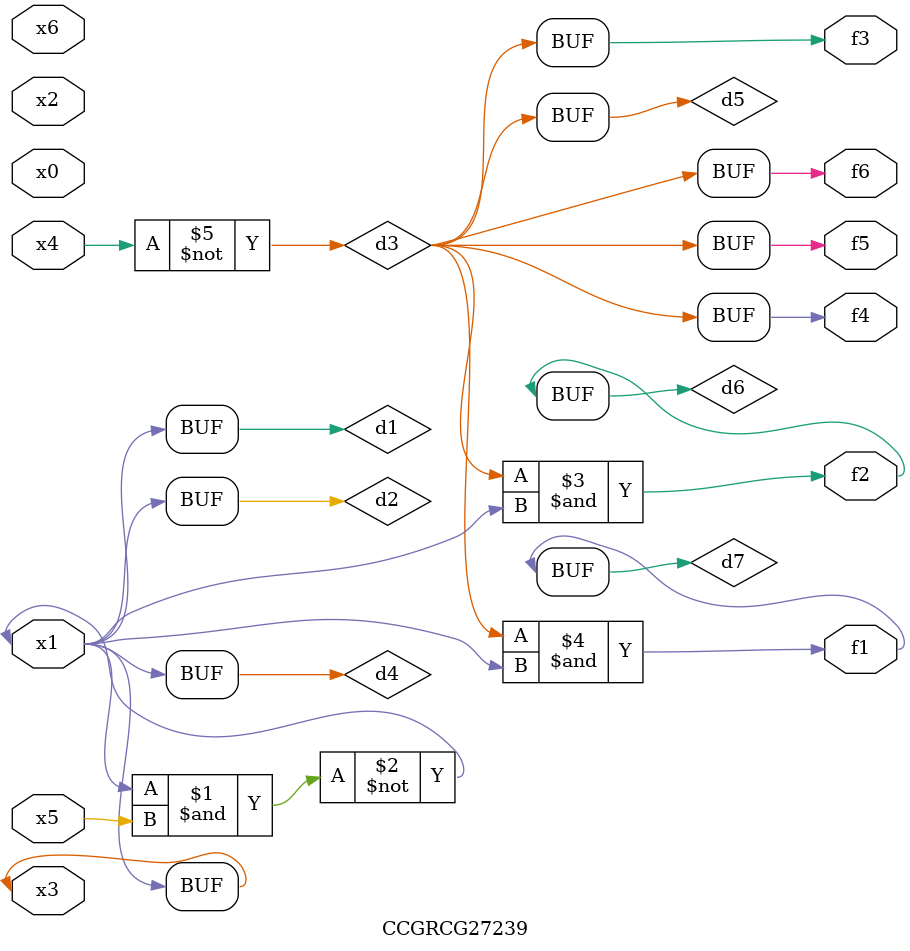
<source format=v>
module CCGRCG27239(
	input x0, x1, x2, x3, x4, x5, x6,
	output f1, f2, f3, f4, f5, f6
);

	wire d1, d2, d3, d4, d5, d6, d7;

	buf (d1, x1, x3);
	nand (d2, x1, x5);
	not (d3, x4);
	buf (d4, d1, d2);
	buf (d5, d3);
	and (d6, d3, d4);
	and (d7, d3, d4);
	assign f1 = d7;
	assign f2 = d6;
	assign f3 = d5;
	assign f4 = d5;
	assign f5 = d5;
	assign f6 = d5;
endmodule

</source>
